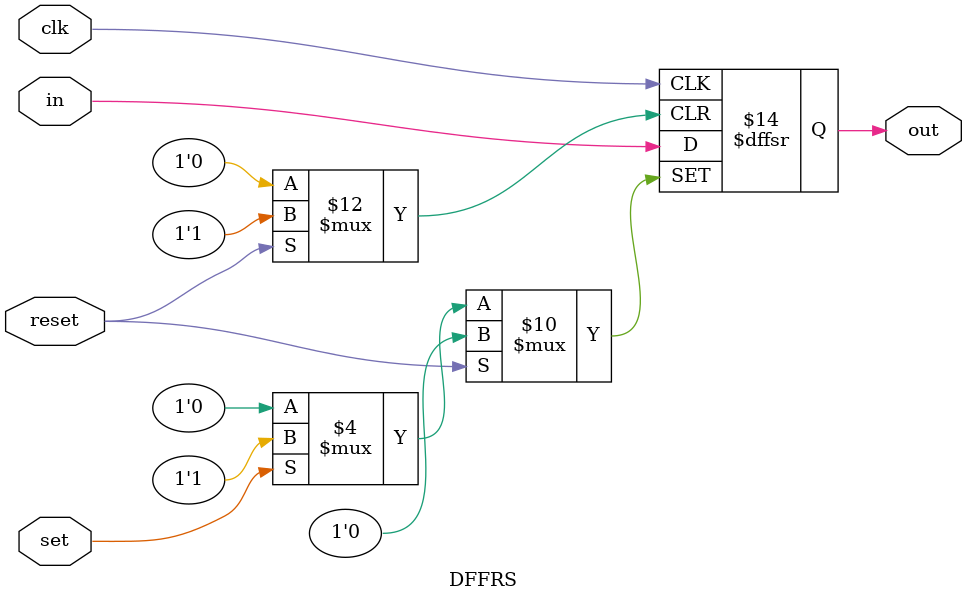
<source format=v>


module multiplier ( Product, Multiplicand, Multiplier, Start, Reset, Clock, Done
                     ) ;

    output [7:0]Product ;
    input [3:0]Multiplicand ;
    input [3:0]Multiplier ;
    input Start ;
    input Reset ;
    input Clock ;
    output Done ;

    wire controller_ST_0, controller_ST_2, nx217, Qm1, nx10, nx16, nx46, nx64, 
         nx72, M_0, nx84, nx88, nx100, M_1, nx110, nx112, M_2, nx136, nx146, 
         nx148, M_3, nx156, nx158, nx176, nx188, nx200, nx210, nx220, nx230, 
         nx240, nx256, nx262, controller_count_1, controller_count_0, nx312, 
         nx330, nx346, nx231, nx241, nx251, nx261, nx269, nx271, nx281, nx291, 
         nx301, nx311, nx321, nx331, nx341, nx349, nx351, nx359, nx361, nx369, 
         nx371, nx386, nx390, nx393, nx397, nx399, nx401, nx412, nx416, nx418, 
         nx420, nx424, nx428, nx448, nx450, nx463, nx465, nx467, nx471, nx474, 
         nx480, nx482, nx490, nx502, nx511, nx519, nx527, nx535, nx593, nx595, 
         nx597, nx599;
    wire [14:0] \$dummy ;




    dffr controller_reg_done (.Q (Done), .QB (\$dummy [0]), .D (nx346), .CLK (
         Clock), .R (Reset)) ;
    nor04 ix347 (.Y (nx346), .A0 (nx330), .A1 (nx418), .A2 (nx511), .A3 (nx312)
          ) ;
    nor04 ix263 (.Y (nx262), .A0 (nx599), .A1 (controller_ST_2), .A2 (nx390), .A3 (
          nx256)) ;
    dffr controller_reg_ST_1 (.Q (\$dummy [1]), .QB (nx386), .D (nx262), .CLK (
         Clock), .R (Reset)) ;
    nand03 ix313 (.Y (nx312), .A0 (nx393), .A1 (nx416), .A2 (nx448)) ;
    ao21 ix394 (.Y (nx393), .A0 (controller_count_0), .A1 (controller_count_1), 
         .B0 (nx16)) ;
    dffr reg_controller_count_0 (.Q (controller_count_0), .QB (\$dummy [2]), .D (
         nx361), .CLK (Clock), .R (Reset)) ;
    ao21 ix362 (.Y (nx361), .A0 (controller_count_0), .A1 (nx397), .B0 (nx359)
         ) ;
    dffr controller_reg_ST_2 (.Q (controller_ST_2), .QB (nx401), .D (nx217), .CLK (
         Clock), .R (Reset)) ;
    dffr controller_reg_ST_0 (.Q (controller_ST_0), .QB (nx390), .D (nx312), .CLK (
         Clock), .R (Reset)) ;
    nor04 ix360 (.Y (nx359), .A0 (controller_count_0), .A1 (nx599), .A2 (nx401)
          , .A3 (controller_ST_0)) ;
    dffr reg_controller_count_1 (.Q (controller_count_1), .QB (\$dummy [3]), .D (
         nx371), .CLK (Clock), .R (Reset)) ;
    ao21 ix372 (.Y (nx371), .A0 (controller_count_1), .A1 (nx397), .B0 (nx369)
         ) ;
    nor04 ix370 (.Y (nx369), .A0 (nx599), .A1 (nx401), .A2 (controller_ST_0), .A3 (
          nx412)) ;
    xnor2 ix413 (.Y (nx412), .A0 (controller_count_1), .A1 (controller_count_0)
          ) ;
    nand03 ix417 (.Y (nx416), .A0 (nx418), .A1 (nx420), .A2 (Product[0])) ;
    ao21 ix352 (.Y (nx351), .A0 (Qm1), .A1 (nx424), .B0 (nx349)) ;
    dff Q_reg_reg_Qm1 (.Q (Qm1), .QB (nx420), .D (nx351), .CLK (Clock)) ;
    dff Q_reg_reg_Q0 (.Q (Product[0]), .QB (nx428), .D (nx341), .CLK (Clock)) ;
    mux21_ni ix241 (.Y (nx240), .A0 (Multiplier[0]), .A1 (Product[1]), .S0 (nx10
             )) ;
    dff Q_reg_reg_Q1 (.Q (Product[1]), .QB (\$dummy [4]), .D (nx331), .CLK (
        Clock)) ;
    mux21_ni ix231 (.Y (nx230), .A0 (Multiplier[1]), .A1 (Product[2]), .S0 (nx10
             )) ;
    dff Q_reg_reg_Q2 (.Q (Product[2]), .QB (\$dummy [5]), .D (nx321), .CLK (
        Clock)) ;
    mux21_ni ix221 (.Y (nx220), .A0 (Multiplier[2]), .A1 (Product[3]), .S0 (nx10
             )) ;
    dff Q_reg_reg_Q3 (.Q (Product[3]), .QB (\$dummy [6]), .D (nx311), .CLK (
        Clock)) ;
    mux21_ni ix211 (.Y (nx210), .A0 (Multiplier[3]), .A1 (Product[4]), .S0 (nx10
             )) ;
    dff A_reg_reg_Q0 (.Q (Product[4]), .QB (\$dummy [7]), .D (nx301), .CLK (
        Clock)) ;
    mux21_ni ix302 (.Y (nx301), .A0 (Product[4]), .A1 (nx200), .S0 (nx64)) ;
    ao22 ix201 (.Y (nx200), .A0 (nx84), .A1 (nx527), .B0 (Product[5]), .B1 (
         nx463)) ;
    xor2 ix85 (.Y (nx84), .A0 (Product[4]), .A1 (M_0)) ;
    dff M_reg_reg_Q0 (.Q (M_0), .QB (\$dummy [8]), .D (nx231), .CLK (Clock)) ;
    mux21_ni ix232 (.Y (nx231), .A0 (Multiplicand[0]), .A1 (M_0), .S0 (nx448)) ;
    nand02_2x ix449 (.Y (nx448), .A0 (Start), .A1 (nx450)) ;
    dff A_reg_reg_Q1 (.Q (Product[5]), .QB (\$dummy [9]), .D (nx291), .CLK (
        Clock)) ;
    mux21_ni ix292 (.Y (nx291), .A0 (Product[5]), .A1 (nx188), .S0 (nx64)) ;
    ao22 ix189 (.Y (nx188), .A0 (Product[6]), .A1 (nx463), .B0 (nx112), .B1 (
         nx527)) ;
    dff A_reg_reg_Q2 (.Q (Product[6]), .QB (\$dummy [10]), .D (nx281), .CLK (
        Clock)) ;
    mux21_ni ix282 (.Y (nx281), .A0 (Product[6]), .A1 (nx176), .S0 (nx64)) ;
    ao22 ix177 (.Y (nx176), .A0 (Product[7]), .A1 (nx463), .B0 (nx136), .B1 (
         nx527)) ;
    dff A_reg_reg_Q3 (.Q (Product[7]), .QB (\$dummy [11]), .D (nx271), .CLK (
        Clock)) ;
    ao21 ix272 (.Y (nx271), .A0 (Product[7]), .A1 (nx463), .B0 (nx269)) ;
    nand04 ix464 (.Y (nx463), .A0 (nx465), .A1 (nx467), .A2 (nx535), .A3 (nx401)
           ) ;
    nand02_2x ix466 (.Y (nx465), .A0 (nx418), .A1 (nx256)) ;
    nor03 ix270 (.Y (nx269), .A0 (nx46), .A1 (nx471), .A2 (nx463)) ;
    oai21 ix47 (.Y (nx46), .A0 (nx399), .A1 (nx418), .B0 (nx465)) ;
    xnor2 ix472 (.Y (nx471), .A0 (nx148), .A1 (nx158)) ;
    ao21 ix149 (.Y (nx148), .A0 (nx474), .A1 (Product[6]), .B0 (nx146)) ;
    xnor2 ix475 (.Y (nx474), .A0 (M_2), .A1 (nx416)) ;
    dff M_reg_reg_Q2 (.Q (M_2), .QB (\$dummy [12]), .D (nx251), .CLK (Clock)) ;
    mux21_ni ix252 (.Y (nx251), .A0 (Multiplicand[2]), .A1 (M_2), .S0 (nx448)) ;
    nor02_2x ix147 (.Y (nx146), .A0 (nx480), .A1 (nx490)) ;
    aoi22 ix481 (.Y (nx480), .A0 (nx482), .A1 (Product[5]), .B0 (nx100), .B1 (
          nx110)) ;
    xnor2 ix483 (.Y (nx482), .A0 (M_1), .A1 (nx416)) ;
    dff M_reg_reg_Q1 (.Q (M_1), .QB (\$dummy [13]), .D (nx241), .CLK (Clock)) ;
    mux21_ni ix242 (.Y (nx241), .A0 (Multiplicand[1]), .A1 (M_1), .S0 (nx448)) ;
    mux21_ni ix101 (.Y (nx100), .A0 (nx72), .A1 (Product[4]), .S0 (M_0)) ;
    xnor2 ix491 (.Y (nx490), .A0 (Product[6]), .A1 (nx474)) ;
    xnor2 ix159 (.Y (nx158), .A0 (Product[7]), .A1 (nx156)) ;
    dff M_reg_reg_Q3 (.Q (M_3), .QB (\$dummy [14]), .D (nx261), .CLK (Clock)) ;
    mux21_ni ix262 (.Y (nx261), .A0 (Multiplicand[3]), .A1 (M_3), .S0 (nx448)) ;
    xor2 ix137 (.Y (nx136), .A0 (nx480), .A1 (nx490)) ;
    nand02_2x ix65 (.Y (nx64), .A0 (nx463), .A1 (nx46)) ;
    xnor2 ix113 (.Y (nx112), .A0 (nx100), .A1 (nx502)) ;
    xnor2 ix503 (.Y (nx502), .A0 (Product[5]), .A1 (nx482)) ;
    nand02_2x ix11 (.Y (nx10), .A0 (Start), .A1 (nx450)) ;
    nand02_2x ix512 (.Y (nx511), .A0 (controller_count_1), .A1 (
              controller_count_0)) ;
    inv02 ix111 (.Y (nx110), .A (nx502)) ;
    inv02 ix73 (.Y (nx72), .A (nx416)) ;
    inv02 ix17 (.Y (nx16), .A (nx399)) ;
    inv02 ix518 (.Y (nx519), .A (nx386)) ;
    buf02 ix526 (.Y (nx527), .A (nx88)) ;
    nor02ii ix398 (.Y (nx397), .A0 (nx399), .A1 (nx448)) ;
    mux21_ni ix342 (.Y (nx341), .A0 (nx240), .A1 (Product[0]), .S0 (nx424)) ;
    mux21_ni ix332 (.Y (nx331), .A0 (nx230), .A1 (Product[1]), .S0 (nx424)) ;
    mux21_ni ix322 (.Y (nx321), .A0 (nx220), .A1 (Product[2]), .S0 (nx424)) ;
    mux21_ni ix312 (.Y (nx311), .A0 (nx210), .A1 (Product[3]), .S0 (nx424)) ;
    xor2 ix157 (.Y (nx156), .A0 (M_3), .A1 (nx416)) ;
    inv02 ix534 (.Y (nx535), .A (nx599)) ;
    ao21 ix333 (.Y (nx217), .A0 (nx401), .A1 (nx599), .B0 (nx593)) ;
    inv02 ix592 (.Y (nx593), .A (nx465)) ;
    and04 ix89 (.Y (nx88), .A0 (nx535), .A1 (nx401), .A2 (controller_ST_0), .A3 (
          nx595)) ;
    inv02 ix594 (.Y (nx595), .A (nx256)) ;
    nor02ii ix331 (.Y (nx330), .A0 (controller_ST_2), .A1 (nx599)) ;
    nor03_2x ix400 (.Y (nx399), .A0 (nx519), .A1 (nx401), .A2 (controller_ST_0)
             ) ;
    nor03_2x ix419 (.Y (nx418), .A0 (nx519), .A1 (controller_ST_2), .A2 (nx390)
             ) ;
    or04 ix9 (.Y (nx467), .A0 (Start), .A1 (nx599), .A2 (controller_ST_2), .A3 (
         controller_ST_0)) ;
    nor04 ix350 (.Y (nx349), .A0 (nx428), .A1 (nx519), .A2 (nx401), .A3 (
          controller_ST_0)) ;
    nor03_2x ix451 (.Y (nx450), .A0 (nx519), .A1 (controller_ST_2), .A2 (
             controller_ST_0)) ;
    xnor2 ix257 (.Y (nx256), .A0 (Qm1), .A1 (Product[0])) ;
    or03 ix27 (.Y (nx424), .A0 (nx597), .A1 (nx519), .A2 (controller_ST_0)) ;
    inv02 ix596 (.Y (nx597), .A (nx467)) ;
    inv02 ix598 (.Y (nx599), .A (nx386)) ;
endmodule


module or03 ( Y, A0, A1, A2 ) ;

    output Y ;
    input A0 ;
    input A1 ;
    input A2 ;

    wire nx0;



    or (nx0, A2, A1) ;
    or (Y, nx0, A0) ;
endmodule


module or04 ( Y, A0, A1, A2, A3 ) ;

    output Y ;
    input A0 ;
    input A1 ;
    input A2 ;
    input A3 ;

    wire nx0, nx2;



    or (nx0, A3, A2) ;
    or (nx2, nx0, A1) ;
    or (Y, nx2, A0) ;
endmodule


module nor03_2x ( Y, A0, A1, A2 ) ;

    output Y ;
    input A0 ;
    input A1 ;
    input A2 ;

    wire NOT_A0, NOT_A1, nx4, NOT_A2;



    assign NOT_A0 = ~A0 ;
    assign NOT_A1 = ~A1 ;
    and (nx4, NOT_A0, NOT_A1) ;
    assign NOT_A2 = ~A2 ;
    and (Y, nx4, NOT_A2) ;
endmodule


module and04 ( Y, A0, A1, A2, A3 ) ;

    output Y ;
    input A0 ;
    input A1 ;
    input A2 ;
    input A3 ;

    wire nx0, nx2;



    and (nx0, A0, A1) ;
    and (nx2, nx0, A2) ;
    and (Y, nx2, A3) ;
endmodule


module nor02ii ( Y, A0, A1 ) ;

    output Y ;
    input A0 ;
    input A1 ;

    wire NOT_A0;



    assign NOT_A0 = ~A0 ;
    and (Y, NOT_A0, A1) ;
endmodule


module buf02 ( Y, A ) ;

    output Y ;
    input A ;




    assign Y = A ;
endmodule


module inv02 ( Y, A ) ;

    output Y ;
    input A ;




    assign Y = ~A ;
endmodule


module aoi22 ( Y, A0, A1, B0, B1 ) ;

    output Y ;
    input A0 ;
    input A1 ;
    input B0 ;
    input B1 ;

    wire NOT_A1, NOT_B1, nx4, NOT_A0, nx8, nx10, NOT_B0, nx14, nx16, nx18;



    assign NOT_A1 = ~A1 ;
    assign NOT_B1 = ~B1 ;
    and (nx4, NOT_A1, NOT_B1) ;
    assign NOT_A0 = ~A0 ;
    and (nx8, NOT_A0, NOT_B1) ;
    or (nx10, nx4, nx8) ;
    assign NOT_B0 = ~B0 ;
    and (nx14, NOT_A1, NOT_B0) ;
    or (nx16, nx10, nx14) ;
    and (nx18, NOT_A0, NOT_B0) ;
    or (Y, nx16, nx18) ;
endmodule


module nor02_2x ( Y, A0, A1 ) ;

    output Y ;
    input A0 ;
    input A1 ;

    wire NOT_A0, NOT_A1;



    assign NOT_A0 = ~A0 ;
    assign NOT_A1 = ~A1 ;
    and (Y, NOT_A0, NOT_A1) ;
endmodule


module oai21 ( Y, A0, A1, B0 ) ;

    output Y ;
    input A0 ;
    input A1 ;
    input B0 ;

    wire NOT_A0, NOT_A1, nx4, NOT_B0;



    assign NOT_A0 = ~A0 ;
    assign NOT_A1 = ~A1 ;
    and (nx4, NOT_A0, NOT_A1) ;
    assign NOT_B0 = ~B0 ;
    or (Y, nx4, NOT_B0) ;
endmodule


module nor03 ( Y, A0, A1, A2 ) ;

    output Y ;
    input A0 ;
    input A1 ;
    input A2 ;

    wire NOT_A0, NOT_A1, nx4, NOT_A2;



    assign NOT_A0 = ~A0 ;
    assign NOT_A1 = ~A1 ;
    and (nx4, NOT_A0, NOT_A1) ;
    assign NOT_A2 = ~A2 ;
    and (Y, nx4, NOT_A2) ;
endmodule


module nand04 ( Y, A0, A1, A2, A3 ) ;

    output Y ;
    input A0 ;
    input A1 ;
    input A2 ;
    input A3 ;

    wire NOT_A3, NOT_A2, nx4, NOT_A1, nx8, NOT_A0;



    assign NOT_A3 = ~A3 ;
    assign NOT_A2 = ~A2 ;
    or (nx4, NOT_A3, NOT_A2) ;
    assign NOT_A1 = ~A1 ;
    or (nx8, nx4, NOT_A1) ;
    assign NOT_A0 = ~A0 ;
    or (Y, nx8, NOT_A0) ;
endmodule


module nand02_2x ( Y, A0, A1 ) ;

    output Y ;
    input A0 ;
    input A1 ;

    wire NOT_A1, NOT_A0;



    assign NOT_A1 = ~A1 ;
    assign NOT_A0 = ~A0 ;
    or (Y, NOT_A1, NOT_A0) ;
endmodule


module xor2 ( Y, A0, A1 ) ;

    output Y ;
    input A0 ;
    input A1 ;




    xor (Y, A0, A1) ;
endmodule


module ao22 ( Y, A0, A1, B0, B1 ) ;

    output Y ;
    input A0 ;
    input A1 ;
    input B0 ;
    input B1 ;

    wire nx0, nx2;



    and (nx0, B0, B1) ;
    and (nx2, A0, A1) ;
    or (Y, nx0, nx2) ;
endmodule


module mux21_ni ( Y, A0, A1, S0 ) ;

    output Y ;
    input A0 ;
    input A1 ;
    input S0 ;

    wire NOT_S0, nx2, nx4;



    assign NOT_S0 = ~S0 ;
    and (nx2, A0, NOT_S0) ;
    and (nx4, A1, S0) ;
    or (Y, nx2, nx4) ;
endmodule


module dff ( Q, QB, D, CLK ) ;

    output Q ;
    output QB ;
    input D ;
    input CLK ;

    wire nx2, nx4;



    DFFRS ix1 (.set (nx4), .reset (nx2), .in (D), .clk (CLK), .out (Q)) ;
    assign nx2 = 0 ;
    assign nx4 = 0 ;
    assign QB = ~Q ;
endmodule


module xnor2 ( Y, A0, A1 ) ;

    output Y ;
    input A0 ;
    input A1 ;




    xnor (Y, A0, A1) ;
endmodule


module ao21 ( Y, A0, A1, B0 ) ;

    output Y ;
    input A0 ;
    input A1 ;
    input B0 ;

    wire nx0;



    and (nx0, A0, A1) ;
    or (Y, nx0, B0) ;
endmodule


module nand03 ( Y, A0, A1, A2 ) ;

    output Y ;
    input A0 ;
    input A1 ;
    input A2 ;

    wire NOT_A2, NOT_A1, nx4, NOT_A0;



    assign NOT_A2 = ~A2 ;
    assign NOT_A1 = ~A1 ;
    or (nx4, NOT_A2, NOT_A1) ;
    assign NOT_A0 = ~A0 ;
    or (Y, nx4, NOT_A0) ;
endmodule


module nor04 ( Y, A0, A1, A2, A3 ) ;

    output Y ;
    input A0 ;
    input A1 ;
    input A2 ;
    input A3 ;

    wire NOT_A0, NOT_A1, nx4, NOT_A2, nx8, NOT_A3;



    assign NOT_A0 = ~A0 ;
    assign NOT_A1 = ~A1 ;
    and (nx4, NOT_A0, NOT_A1) ;
    assign NOT_A2 = ~A2 ;
    and (nx8, nx4, NOT_A2) ;
    assign NOT_A3 = ~A3 ;
    and (Y, nx8, NOT_A3) ;
endmodule


module dffr ( Q, QB, D, CLK, R ) ;

    output Q ;
    output QB ;
    input D ;
    input CLK ;
    input R ;

    wire nx2;



    DFFRS ix1 (.set (nx2), .reset (R), .in (D), .clk (CLK), .out (Q)) ;
    assign nx2 = 0 ;
    assign QB = ~Q ;
endmodule


module DFFRS ( set, reset, in, clk, out ) ;

    input set ;
    input reset ;
    input in ;
    input clk ;
    output out ;
reg out; 
always @ (posedge set or posedge reset or posedge clk)
begin
    if (set) out = 1;
    else if (reset) out = 0;
    else begin
     out = in;
    end
end

endmodule


</source>
